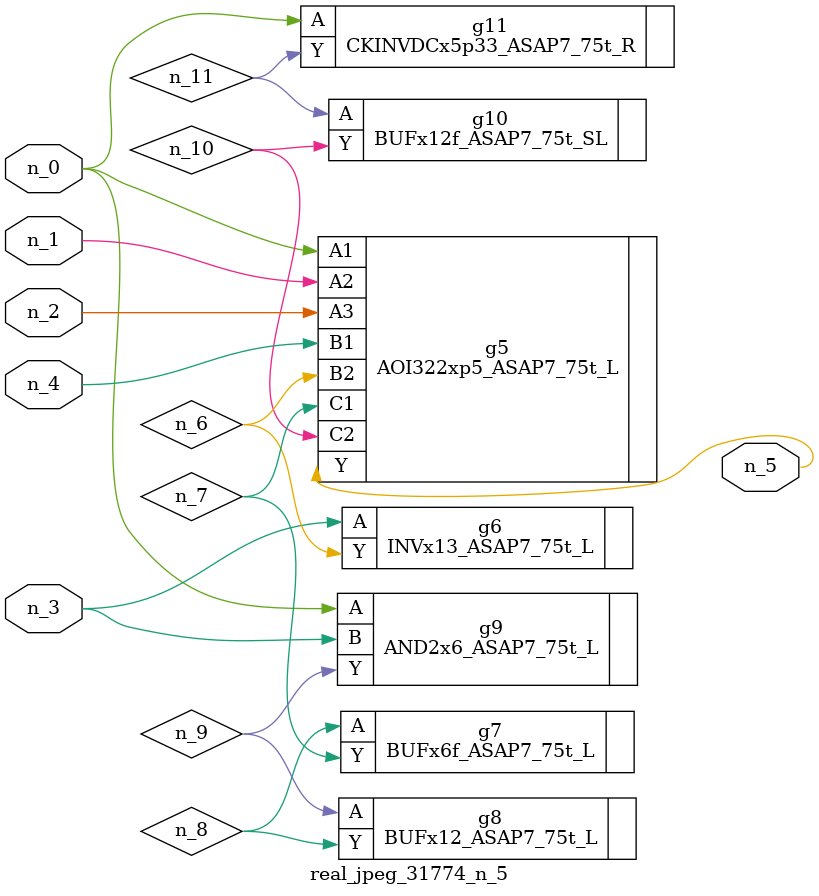
<source format=v>
module real_jpeg_31774_n_5 (n_4, n_0, n_1, n_2, n_3, n_5);

input n_4;
input n_0;
input n_1;
input n_2;
input n_3;

output n_5;

wire n_8;
wire n_11;
wire n_6;
wire n_7;
wire n_10;
wire n_9;

AOI322xp5_ASAP7_75t_L g5 ( 
.A1(n_0),
.A2(n_1),
.A3(n_2),
.B1(n_4),
.B2(n_6),
.C1(n_7),
.C2(n_10),
.Y(n_5)
);

AND2x6_ASAP7_75t_L g9 ( 
.A(n_0),
.B(n_3),
.Y(n_9)
);

CKINVDCx5p33_ASAP7_75t_R g11 ( 
.A(n_0),
.Y(n_11)
);

INVx13_ASAP7_75t_L g6 ( 
.A(n_3),
.Y(n_6)
);

BUFx6f_ASAP7_75t_L g7 ( 
.A(n_8),
.Y(n_7)
);

BUFx12_ASAP7_75t_L g8 ( 
.A(n_9),
.Y(n_8)
);

BUFx12f_ASAP7_75t_SL g10 ( 
.A(n_11),
.Y(n_10)
);


endmodule
</source>
